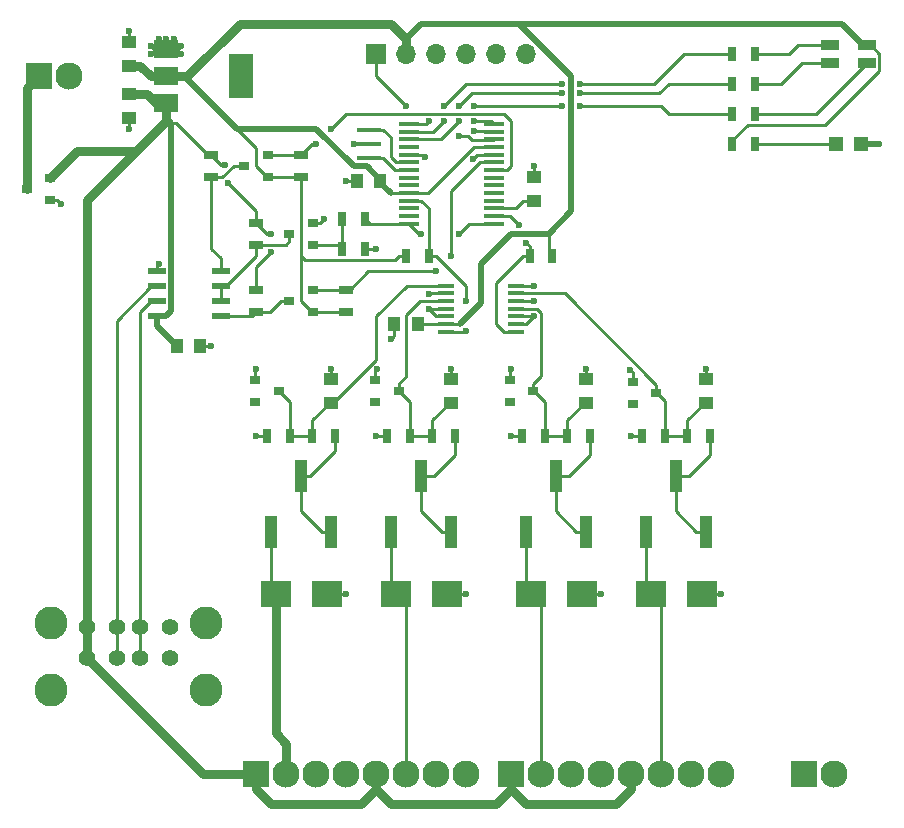
<source format=gtl>
G04 #@! TF.FileFunction,Copper,L1,Top,Signal*
%FSLAX46Y46*%
G04 Gerber Fmt 4.6, Leading zero omitted, Abs format (unit mm)*
G04 Created by KiCad (PCBNEW 4.0.7) date Sat Nov 25 01:37:30 2017*
%MOMM*%
%LPD*%
G01*
G04 APERTURE LIST*
%ADD10C,0.152400*%
%ADD11R,0.700000X1.300000*%
%ADD12R,1.000000X1.250000*%
%ADD13R,1.550000X0.600000*%
%ADD14R,1.198880X1.198880*%
%ADD15R,1.250000X1.000000*%
%ADD16R,1.500000X0.900000*%
%ADD17R,0.900000X0.800000*%
%ADD18R,2.500000X2.300000*%
%ADD19C,1.420000*%
%ADD20C,2.800000*%
%ADD21C,2.300000*%
%ADD22R,2.300000X2.300000*%
%ADD23R,1.700000X1.700000*%
%ADD24O,1.700000X1.700000*%
%ADD25R,1.016000X2.794000*%
%ADD26R,1.450000X0.450000*%
%ADD27R,2.000000X0.400000*%
%ADD28R,1.300000X0.700000*%
%ADD29R,2.000000X3.800000*%
%ADD30R,2.000000X1.500000*%
%ADD31R,1.750000X0.450000*%
%ADD32C,0.600000*%
%ADD33C,0.762000*%
%ADD34C,0.254000*%
%ADD35C,0.508000*%
G04 APERTURE END LIST*
D10*
D11*
X48575000Y50165000D03*
X46675000Y50165000D03*
D12*
X16780000Y42545000D03*
X18780000Y42545000D03*
D11*
X65720000Y64770000D03*
X63820000Y64770000D03*
X65720000Y62230000D03*
X63820000Y62230000D03*
X63820000Y59690000D03*
X65720000Y59690000D03*
X65720000Y67310000D03*
X63820000Y67310000D03*
D13*
X20480000Y45085000D03*
X20480000Y46355000D03*
X20480000Y47625000D03*
X20480000Y48895000D03*
X15080000Y48895000D03*
X15080000Y47625000D03*
X15080000Y46355000D03*
X15080000Y45085000D03*
D14*
X74709020Y59690000D03*
X72610980Y59690000D03*
D12*
X37195000Y44450000D03*
X35195000Y44450000D03*
D15*
X29845000Y37735000D03*
X29845000Y39735000D03*
X40005000Y37735000D03*
X40005000Y39735000D03*
X51435000Y37735000D03*
X51435000Y39735000D03*
X61595000Y37735000D03*
X61595000Y39735000D03*
D16*
X75210000Y66560000D03*
X75210000Y68060000D03*
X72110000Y68060000D03*
X72110000Y66560000D03*
D17*
X23400000Y39685000D03*
X23400000Y37785000D03*
X25400000Y38735000D03*
D18*
X25155000Y21590000D03*
X29455000Y21590000D03*
D17*
X33560000Y39685000D03*
X33560000Y37785000D03*
X35560000Y38735000D03*
D18*
X35315000Y21590000D03*
X39615000Y21590000D03*
D17*
X44974000Y39685000D03*
X44974000Y37785000D03*
X46974000Y38735000D03*
D18*
X46745000Y21590000D03*
X51045000Y21590000D03*
D17*
X55388000Y39558000D03*
X55388000Y37658000D03*
X57388000Y38608000D03*
D18*
X56905000Y21590000D03*
X61205000Y21590000D03*
D19*
X9200000Y18805005D03*
X11700000Y18805005D03*
X13700000Y18805005D03*
X16200000Y18805005D03*
X9200000Y16185005D03*
X11700000Y16185005D03*
X13700000Y16185005D03*
X16200000Y16185005D03*
D20*
X19270000Y13475005D03*
X19270000Y19155005D03*
X6130000Y19155005D03*
X6130000Y13475005D03*
D21*
X62865000Y6350000D03*
X60325000Y6350000D03*
X57785000Y6350000D03*
X55245000Y6350000D03*
X52705000Y6350000D03*
X50165000Y6350000D03*
X47625000Y6350000D03*
D22*
X45085000Y6350000D03*
X23495000Y6350000D03*
D21*
X26035000Y6350000D03*
X28575000Y6350000D03*
X31115000Y6350000D03*
X33655000Y6350000D03*
X36195000Y6350000D03*
X38735000Y6350000D03*
X41275000Y6350000D03*
D22*
X69850000Y6350000D03*
D21*
X72390000Y6350000D03*
D22*
X5080000Y65405000D03*
D21*
X7620000Y65405000D03*
D23*
X33655000Y67310000D03*
D24*
X36195000Y67310000D03*
X38735000Y67310000D03*
X41275000Y67310000D03*
X43815000Y67310000D03*
X46355000Y67310000D03*
D11*
X36195000Y50165000D03*
X38095000Y50165000D03*
X30160000Y34925000D03*
X28260000Y34925000D03*
X24450000Y34925000D03*
X26350000Y34925000D03*
X40320000Y34925000D03*
X38420000Y34925000D03*
X34610000Y34925000D03*
X36510000Y34925000D03*
X51750000Y34925000D03*
X49850000Y34925000D03*
X46040000Y34925000D03*
X47940000Y34925000D03*
X61910000Y34925000D03*
X60010000Y34925000D03*
X56200000Y34925000D03*
X58100000Y34925000D03*
D25*
X24765000Y26860500D03*
X27305000Y31559500D03*
X29845000Y26860500D03*
X34925000Y26860500D03*
X37465000Y31559500D03*
X40005000Y26860500D03*
X46355000Y26860500D03*
X48895000Y31559500D03*
X51435000Y26860500D03*
X56515000Y26860500D03*
X59055000Y31559500D03*
X61595000Y26860500D03*
D26*
X39595000Y47670000D03*
X39595000Y47020000D03*
X39595000Y46370000D03*
X39595000Y45720000D03*
X39595000Y45070000D03*
X39595000Y44420000D03*
X39595000Y43770000D03*
X45495000Y43770000D03*
X45495000Y44420000D03*
X45495000Y45070000D03*
X45495000Y45720000D03*
X45495000Y46370000D03*
X45495000Y47020000D03*
X45495000Y47670000D03*
D27*
X33020000Y59690000D03*
X33020000Y60890000D03*
X33020000Y58490000D03*
D12*
X34020000Y56515000D03*
X32020000Y56515000D03*
D15*
X46990000Y54880000D03*
X46990000Y56880000D03*
X12700000Y63865000D03*
X12700000Y61865000D03*
X12700000Y66310000D03*
X12700000Y68310000D03*
D17*
X24495000Y56835000D03*
X24495000Y58735000D03*
X22495000Y57785000D03*
X28305000Y45405000D03*
X28305000Y47305000D03*
X26305000Y46355000D03*
X28305000Y51120000D03*
X28305000Y53020000D03*
X26305000Y52070000D03*
D28*
X27305000Y56835000D03*
X27305000Y58735000D03*
X19685000Y58735000D03*
X19685000Y56835000D03*
X31115000Y45405000D03*
X31115000Y47305000D03*
X23495000Y47305000D03*
X23495000Y45405000D03*
D11*
X30800000Y53340000D03*
X32700000Y53340000D03*
X30800000Y50800000D03*
X32700000Y50800000D03*
D28*
X23495000Y53020000D03*
X23495000Y51120000D03*
D29*
X22200000Y65405000D03*
D30*
X15900000Y65405000D03*
X15900000Y63105000D03*
X15900000Y67705000D03*
D17*
X6080000Y54930000D03*
X6080000Y56830000D03*
X4080000Y55880000D03*
D31*
X36405000Y61375000D03*
X36405000Y60725000D03*
X36405000Y60075000D03*
X36405000Y59425000D03*
X36405000Y58775000D03*
X36405000Y58125000D03*
X36405000Y57475000D03*
X36405000Y56825000D03*
X36405000Y56175000D03*
X36405000Y55525000D03*
X36405000Y54875000D03*
X36405000Y54225000D03*
X36405000Y53575000D03*
X36405000Y52925000D03*
X43605000Y52925000D03*
X43605000Y53575000D03*
X43605000Y54225000D03*
X43605000Y54875000D03*
X43605000Y55525000D03*
X43605000Y56175000D03*
X43605000Y56825000D03*
X43605000Y57475000D03*
X43605000Y58125000D03*
X43605000Y58775000D03*
X43605000Y59425000D03*
X43605000Y60075000D03*
X43605000Y60725000D03*
X43605000Y61375000D03*
D32*
X20826881Y57913119D03*
X21082096Y56385886D03*
X24765000Y52070000D03*
X24765000Y50489800D03*
X15240000Y49530000D03*
X6985000Y54610000D03*
X12700000Y60960000D03*
X15240000Y68580000D03*
X14605000Y67310000D03*
X16510000Y68580000D03*
X17145000Y67310000D03*
X14605000Y67945000D03*
X15875000Y68580000D03*
X17145000Y67945000D03*
X12700000Y69215000D03*
X31750000Y59690000D03*
X23495000Y34925000D03*
X33655000Y34925000D03*
X45085000Y34925000D03*
X61595000Y40640000D03*
X55245000Y34925000D03*
X19685000Y42545000D03*
X23495000Y40640000D03*
X29845000Y40640000D03*
X33710619Y40584381D03*
X40005000Y40640000D03*
X55181881Y40576881D03*
X51435000Y40640000D03*
X45085000Y40640000D03*
X46990000Y45085000D03*
X46990000Y46355000D03*
X46990000Y47650200D03*
X38100000Y47000200D03*
X38100000Y45720000D03*
X34925000Y43180000D03*
X33655000Y50800000D03*
X29210000Y53340000D03*
X31115000Y56515000D03*
X37750638Y58528079D03*
X41894881Y58435119D03*
X46990000Y57785000D03*
X62865000Y21590000D03*
X52705000Y21590000D03*
X31115000Y21590000D03*
X41275000Y21590000D03*
X76200000Y59690000D03*
X40640000Y60325000D03*
X36195000Y62865000D03*
X41910000Y60791797D03*
X41910000Y61595000D03*
X45720000Y52827200D03*
X46355000Y51312800D03*
X41275000Y46355000D03*
X41275000Y43815000D03*
X50922200Y64770000D03*
X49407800Y64770000D03*
X39370000Y62865000D03*
X38100000Y61595000D03*
X50922200Y63966797D03*
X49407800Y63966797D03*
X40640000Y62865000D03*
X39370000Y61595000D03*
X50922200Y62865000D03*
X49407800Y62865000D03*
X41910000Y62865000D03*
X40640000Y61595000D03*
X37464800Y52070000D03*
X40640000Y52070000D03*
X28575000Y59690000D03*
X29845000Y60960000D03*
X40005000Y50165000D03*
X38735000Y48895000D03*
D33*
X9200000Y16185005D02*
X19035005Y6350000D01*
X19035005Y6350000D02*
X23495000Y6350000D01*
D34*
X20826881Y57913119D02*
X20506881Y57913119D01*
X20506881Y57913119D02*
X19685000Y58735000D01*
X23495000Y53020000D02*
X23495000Y53972982D01*
X23495000Y53972982D02*
X21082096Y56385886D01*
X24765000Y52070000D02*
X24445000Y52070000D01*
X24445000Y52070000D02*
X23495000Y53020000D01*
X23495000Y47305000D02*
X23495000Y49219800D01*
X23495000Y49219800D02*
X24765000Y50489800D01*
X12700000Y63865000D02*
X12575000Y63865000D01*
X16312201Y61434799D02*
X16685201Y61434799D01*
X16685201Y61434799D02*
X19385000Y58735000D01*
X19385000Y58735000D02*
X19685000Y58735000D01*
D35*
X15080000Y45085000D02*
X15080000Y44245000D01*
X15080000Y44245000D02*
X16780000Y42545000D01*
X16312201Y45522201D02*
X15875000Y45085000D01*
X15875000Y45085000D02*
X15080000Y45085000D01*
X15900000Y63105000D02*
X15900000Y61847000D01*
X15900000Y61847000D02*
X16312201Y61434799D01*
X16312201Y61434799D02*
X16312201Y45522201D01*
D33*
X12700000Y63865000D02*
X14240000Y63865000D01*
X14240000Y63865000D02*
X15000000Y63105000D01*
X15000000Y63105000D02*
X15900000Y63105000D01*
X9200000Y18805005D02*
X9200000Y54920000D01*
X9200000Y54920000D02*
X13335000Y59055000D01*
X6080000Y56830000D02*
X8305000Y59055000D01*
X8305000Y59055000D02*
X13335000Y59055000D01*
X15900000Y61620000D02*
X15900000Y63105000D01*
X13335000Y59055000D02*
X15900000Y61620000D01*
X45085000Y5080000D02*
X46355000Y3810000D01*
X55245000Y5080000D02*
X55245000Y6350000D01*
X53975000Y3810000D02*
X55245000Y5080000D01*
X46355000Y3810000D02*
X53975000Y3810000D01*
X33655000Y5080000D02*
X34925000Y3810000D01*
X45085000Y5080000D02*
X45085000Y6350000D01*
X43815000Y3810000D02*
X45085000Y5080000D01*
X34925000Y3810000D02*
X43815000Y3810000D01*
X23495000Y6350000D02*
X23495000Y5080000D01*
X33655000Y5080000D02*
X33655000Y6350000D01*
X32385000Y3810000D02*
X33655000Y5080000D01*
X24765000Y3810000D02*
X32385000Y3810000D01*
X23495000Y5080000D02*
X24765000Y3810000D01*
X9200000Y18805005D02*
X9200000Y16185005D01*
D34*
X15080000Y48895000D02*
X15080000Y49370000D01*
X15080000Y49370000D02*
X15240000Y49530000D01*
X6080000Y54930000D02*
X6665000Y54930000D01*
X6665000Y54930000D02*
X6985000Y54610000D01*
X12700000Y61865000D02*
X12700000Y60960000D01*
X15900000Y67705000D02*
X15900000Y67920000D01*
X15900000Y67920000D02*
X15240000Y68580000D01*
X15900000Y67705000D02*
X15000000Y67705000D01*
X15000000Y67705000D02*
X14605000Y67310000D01*
X15900000Y67970000D02*
X16510000Y68580000D01*
X15900000Y67705000D02*
X15900000Y67970000D01*
X15900000Y67705000D02*
X16750000Y67705000D01*
X16750000Y67705000D02*
X17145000Y67310000D01*
X15900000Y67705000D02*
X14845000Y67705000D01*
X14845000Y67705000D02*
X14605000Y67945000D01*
X15900000Y67705000D02*
X15900000Y68555000D01*
X15900000Y68555000D02*
X15875000Y68580000D01*
X15900000Y67705000D02*
X16905000Y67705000D01*
X16905000Y67705000D02*
X17145000Y67945000D01*
X12700000Y68310000D02*
X12700000Y69215000D01*
X33020000Y59690000D02*
X31750000Y59690000D01*
X24450000Y34925000D02*
X23495000Y34925000D01*
X34610000Y34925000D02*
X33655000Y34925000D01*
X46040000Y34925000D02*
X45085000Y34925000D01*
X61595000Y39735000D02*
X61595000Y40640000D01*
X56200000Y34925000D02*
X55245000Y34925000D01*
X18780000Y42545000D02*
X19685000Y42545000D01*
X23400000Y39685000D02*
X23400000Y40545000D01*
X23400000Y40545000D02*
X23495000Y40640000D01*
X29845000Y39735000D02*
X29845000Y40640000D01*
X33560000Y39685000D02*
X33560000Y40433762D01*
X33560000Y40433762D02*
X33710619Y40584381D01*
X40005000Y39735000D02*
X40005000Y40640000D01*
X55388000Y39558000D02*
X55388000Y40370762D01*
X55388000Y40370762D02*
X55181881Y40576881D01*
X51435000Y39735000D02*
X51435000Y40640000D01*
X44974000Y39685000D02*
X44974000Y40529000D01*
X44974000Y40529000D02*
X45085000Y40640000D01*
X45495000Y44420000D02*
X46325000Y44420000D01*
X46325000Y44420000D02*
X46990000Y45085000D01*
X45495000Y45070000D02*
X46975000Y45070000D01*
X46975000Y45070000D02*
X46990000Y45085000D01*
X45495000Y46370000D02*
X46975000Y46370000D01*
X46975000Y46370000D02*
X46990000Y46355000D01*
X45495000Y47670000D02*
X46970200Y47670000D01*
X46970200Y47670000D02*
X46990000Y47650200D01*
X39595000Y47020000D02*
X38119800Y47020000D01*
X38119800Y47020000D02*
X38100000Y47000200D01*
X39595000Y45070000D02*
X38750000Y45070000D01*
X38750000Y45070000D02*
X38100000Y45720000D01*
X39595000Y45720000D02*
X38100000Y45720000D01*
X35195000Y44450000D02*
X35195000Y43450000D01*
X35195000Y43450000D02*
X34925000Y43180000D01*
X32700000Y50800000D02*
X33655000Y50800000D01*
X28305000Y53020000D02*
X28890000Y53020000D01*
X28890000Y53020000D02*
X29210000Y53340000D01*
X32020000Y56515000D02*
X31115000Y56515000D01*
X36405000Y58775000D02*
X37503717Y58775000D01*
X37503717Y58775000D02*
X37750638Y58528079D01*
X43605000Y58775000D02*
X42234762Y58775000D01*
X42234762Y58775000D02*
X41894881Y58435119D01*
X46990000Y56880000D02*
X46990000Y57785000D01*
X61205000Y21590000D02*
X62865000Y21590000D01*
X51045000Y21590000D02*
X52705000Y21590000D01*
X29455000Y21590000D02*
X31115000Y21590000D01*
X39615000Y21590000D02*
X41275000Y21590000D01*
D35*
X74709020Y59690000D02*
X76200000Y59690000D01*
D34*
X70880000Y62230000D02*
X75210000Y66560000D01*
X65720000Y62230000D02*
X70880000Y62230000D01*
X68580000Y67310000D02*
X69330000Y68060000D01*
X69330000Y68060000D02*
X72110000Y68060000D01*
X65720000Y67310000D02*
X68580000Y67310000D01*
X67945000Y64770000D02*
X69735000Y66560000D01*
X69735000Y66560000D02*
X72110000Y66560000D01*
X65720000Y64770000D02*
X67945000Y64770000D01*
X65720000Y59690000D02*
X72610980Y59690000D01*
X47625000Y6350000D02*
X47625000Y20710000D01*
X47625000Y20710000D02*
X46745000Y21590000D01*
X46355000Y26860500D02*
X46355000Y21980000D01*
X46355000Y21980000D02*
X46745000Y21590000D01*
X57785000Y6350000D02*
X57785000Y20710000D01*
X57785000Y20710000D02*
X56905000Y21590000D01*
X56515000Y26860500D02*
X56515000Y21980000D01*
X56515000Y21980000D02*
X56905000Y21590000D01*
X40640000Y60325000D02*
X41444099Y60325000D01*
X41444099Y60325000D02*
X41788898Y59980201D01*
X41788898Y59980201D02*
X43510201Y59980201D01*
X43510201Y59980201D02*
X43605000Y60075000D01*
X33655000Y67310000D02*
X33655000Y65405000D01*
X33655000Y65405000D02*
X36195000Y62865000D01*
X20480000Y45085000D02*
X23175000Y45085000D01*
X23175000Y45085000D02*
X23495000Y45405000D01*
X26305000Y46355000D02*
X25601000Y46355000D01*
X25601000Y46355000D02*
X24651000Y45405000D01*
X24651000Y45405000D02*
X23495000Y45405000D01*
X20640000Y56835000D02*
X21590000Y57785000D01*
X21590000Y57785000D02*
X22495000Y57785000D01*
X19685000Y56835000D02*
X20640000Y56835000D01*
X19685000Y50800000D02*
X20480000Y50005000D01*
X20480000Y50005000D02*
X20480000Y48895000D01*
X19685000Y56835000D02*
X19685000Y50800000D01*
X41910000Y60791797D02*
X43538203Y60791797D01*
X43538203Y60791797D02*
X43605000Y60725000D01*
X43605000Y61375000D02*
X43385000Y61595000D01*
X43385000Y61595000D02*
X41910000Y61595000D01*
X24765000Y21980000D02*
X24765000Y26860500D01*
X25155000Y21590000D02*
X24765000Y21980000D01*
D33*
X26035000Y8890000D02*
X25155000Y9770000D01*
X25155000Y9770000D02*
X25155000Y21590000D01*
X26035000Y6350000D02*
X26035000Y8890000D01*
D34*
X36195000Y6350000D02*
X36195000Y20710000D01*
X36195000Y20710000D02*
X35315000Y21590000D01*
X34925000Y26860500D02*
X34925000Y21980000D01*
X34925000Y21980000D02*
X35315000Y21590000D01*
X34925000Y57839000D02*
X34925000Y57826000D01*
X34925000Y57826000D02*
X35276000Y57475000D01*
X35276000Y57475000D02*
X36405000Y57475000D01*
X33020000Y58490000D02*
X34274000Y58490000D01*
X34274000Y58490000D02*
X34925000Y57839000D01*
X34925000Y60239000D02*
X34925000Y58560638D01*
X35360638Y58125000D02*
X36405000Y58125000D01*
X34925000Y58560638D02*
X35360638Y58125000D01*
X33020000Y60890000D02*
X34274000Y60890000D01*
X34274000Y60890000D02*
X34925000Y60239000D01*
X33655000Y45085000D02*
X36240000Y47670000D01*
X36240000Y47670000D02*
X39595000Y47670000D01*
X33655000Y41420000D02*
X33655000Y45085000D01*
X29970000Y37735000D02*
X33655000Y41420000D01*
X29845000Y37735000D02*
X29970000Y37735000D01*
X28260000Y34925000D02*
X28260000Y36275000D01*
X28260000Y36275000D02*
X29720000Y37735000D01*
X29720000Y37735000D02*
X29845000Y37735000D01*
X25400000Y38735000D02*
X25450000Y38735000D01*
X25450000Y38735000D02*
X26350000Y37835000D01*
X26350000Y37835000D02*
X26350000Y35829000D01*
X26350000Y35829000D02*
X26350000Y34925000D01*
X28260000Y34925000D02*
X28260000Y35225000D01*
X26350000Y34925000D02*
X28260000Y34925000D01*
X36195000Y40024000D02*
X36195000Y45169362D01*
X36195000Y45169362D02*
X37395638Y46370000D01*
X37395638Y46370000D02*
X38616000Y46370000D01*
X38616000Y46370000D02*
X39595000Y46370000D01*
X35560000Y38735000D02*
X35560000Y39389000D01*
X35560000Y39389000D02*
X36195000Y40024000D01*
X38420000Y34925000D02*
X36510000Y34925000D01*
X38420000Y34925000D02*
X38420000Y36275000D01*
X38420000Y36275000D02*
X39880000Y37735000D01*
X39880000Y37735000D02*
X40005000Y37735000D01*
X36510000Y34925000D02*
X36510000Y37835000D01*
X36510000Y37835000D02*
X35610000Y38735000D01*
X35610000Y38735000D02*
X35560000Y38735000D01*
X47625000Y40040000D02*
X47625000Y45382698D01*
X47625000Y45382698D02*
X47287698Y45720000D01*
X47287698Y45720000D02*
X46474000Y45720000D01*
X46474000Y45720000D02*
X45495000Y45720000D01*
X46974000Y38735000D02*
X46974000Y39389000D01*
X46974000Y39389000D02*
X47625000Y40040000D01*
X49850000Y34925000D02*
X49850000Y36275000D01*
X49850000Y36275000D02*
X51310000Y37735000D01*
X51310000Y37735000D02*
X51435000Y37735000D01*
X47940000Y34925000D02*
X47940000Y37819000D01*
X47940000Y37819000D02*
X47024000Y38735000D01*
X47024000Y38735000D02*
X46974000Y38735000D01*
X49850000Y34925000D02*
X47940000Y34925000D01*
X57388000Y38608000D02*
X57388000Y39262000D01*
X57388000Y39262000D02*
X49630000Y47020000D01*
X49630000Y47020000D02*
X46474000Y47020000D01*
X46474000Y47020000D02*
X45495000Y47020000D01*
X60010000Y34925000D02*
X60010000Y36275000D01*
X60010000Y36275000D02*
X61470000Y37735000D01*
X61470000Y37735000D02*
X61595000Y37735000D01*
X58100000Y34925000D02*
X58100000Y37946000D01*
X58100000Y37946000D02*
X57438000Y38608000D01*
X57438000Y38608000D02*
X57388000Y38608000D01*
X60010000Y34925000D02*
X58100000Y34925000D01*
X45720000Y52827200D02*
X44972200Y53575000D01*
X44972200Y53575000D02*
X44734000Y53575000D01*
X46675000Y50165000D02*
X46675000Y50992800D01*
X46675000Y50992800D02*
X46355000Y51312800D01*
X45495000Y43770000D02*
X44516000Y43770000D01*
X44516000Y43770000D02*
X43815000Y44471000D01*
X43815000Y44471000D02*
X43815000Y47909000D01*
X46071000Y50165000D02*
X46675000Y50165000D01*
X43815000Y47909000D02*
X46071000Y50165000D01*
X43605000Y53575000D02*
X44734000Y53575000D01*
X41275000Y47625000D02*
X38735000Y50165000D01*
X38735000Y50165000D02*
X38095000Y50165000D01*
X41275000Y46355000D02*
X41275000Y47625000D01*
X39595000Y43770000D02*
X41230000Y43770000D01*
X41230000Y43770000D02*
X41275000Y43815000D01*
X36405000Y54875000D02*
X37465000Y54875000D01*
X38095000Y50165000D02*
X38095000Y54245000D01*
X38095000Y54245000D02*
X37465000Y54875000D01*
D33*
X5080000Y65405000D02*
X4080000Y64405000D01*
X4080000Y64405000D02*
X4080000Y55880000D01*
D34*
X29845000Y26860500D02*
X29083000Y26860500D01*
X29083000Y26860500D02*
X27305000Y28638500D01*
X27305000Y28638500D02*
X27305000Y29908500D01*
X27305000Y29908500D02*
X27305000Y31559500D01*
X27305000Y31559500D02*
X28067000Y31559500D01*
X28067000Y31559500D02*
X30160000Y33652500D01*
X30160000Y33652500D02*
X30160000Y34021000D01*
X30160000Y34021000D02*
X30160000Y34925000D01*
X50609500Y26860500D02*
X48895000Y28575000D01*
X48895000Y28575000D02*
X48895000Y31559500D01*
X51435000Y26860500D02*
X50609500Y26860500D01*
X49974500Y31559500D02*
X51750000Y33335000D01*
X51750000Y33335000D02*
X51750000Y34925000D01*
X48895000Y31559500D02*
X49974500Y31559500D01*
X60134500Y31559500D02*
X61910000Y33335000D01*
X61910000Y33335000D02*
X61910000Y34925000D01*
X59055000Y31559500D02*
X60134500Y31559500D01*
X60769500Y26860500D02*
X59055000Y28575000D01*
X59055000Y28575000D02*
X59055000Y31559500D01*
X61595000Y26860500D02*
X60769500Y26860500D01*
X63820000Y59690000D02*
X63820000Y59990000D01*
X63820000Y59990000D02*
X65130599Y61300599D01*
X65130599Y61300599D02*
X71653521Y61300599D01*
X71653521Y61300599D02*
X76239401Y65886479D01*
X75510000Y68060000D02*
X75210000Y68060000D01*
X76239401Y65886479D02*
X76239401Y67330599D01*
X76239401Y67330599D02*
X75510000Y68060000D01*
X43605000Y59425000D02*
X41952064Y59425000D01*
X41952064Y59425000D02*
X38052064Y55525000D01*
X38052064Y55525000D02*
X37534000Y55525000D01*
X37534000Y55525000D02*
X36405000Y55525000D01*
X27305000Y56835000D02*
X27305000Y50165000D01*
X27305000Y50165000D02*
X27305000Y46355000D01*
X36195000Y50165000D02*
X35591000Y50165000D01*
X35245799Y49819799D02*
X27650201Y49819799D01*
X35591000Y50165000D02*
X35245799Y49819799D01*
X27650201Y49819799D02*
X27305000Y50165000D01*
X23495000Y57785000D02*
X23495000Y59318000D01*
X23495000Y59318000D02*
X21853000Y60960000D01*
X24495000Y56835000D02*
X24445000Y56835000D01*
X24445000Y56835000D02*
X23495000Y57785000D01*
X28305000Y45405000D02*
X31115000Y45405000D01*
X27305000Y46355000D02*
X28255000Y45405000D01*
X28255000Y45405000D02*
X28305000Y45405000D01*
X24495000Y56835000D02*
X27305000Y56835000D01*
X48575000Y50165000D02*
X48575000Y50465000D01*
X48575000Y50465000D02*
X48260000Y50780000D01*
X48260000Y50780000D02*
X48260000Y52070000D01*
D35*
X34020000Y56515000D02*
X34020000Y56390000D01*
X34020000Y56390000D02*
X34885000Y55525000D01*
X15900000Y65405000D02*
X17408000Y65405000D01*
X17408000Y65405000D02*
X21853000Y60960000D01*
X21853000Y60960000D02*
X28575000Y60960000D01*
X28575000Y60960000D02*
X31750000Y57785000D01*
X31750000Y57785000D02*
X32875000Y57785000D01*
X32875000Y57785000D02*
X34020000Y56640000D01*
X34020000Y56640000D02*
X34020000Y56515000D01*
X45749658Y69850000D02*
X73120000Y69850000D01*
X73120000Y69850000D02*
X74910000Y68060000D01*
X74910000Y68060000D02*
X75210000Y68060000D01*
D34*
X36405000Y55525000D02*
X34885000Y55525000D01*
X40717962Y44420000D02*
X39595000Y44420000D01*
D35*
X40717962Y44420000D02*
X42545000Y46247038D01*
X45749658Y69850000D02*
X37465000Y69850000D01*
X42545000Y46247038D02*
X42545000Y49530000D01*
X45085000Y52070000D02*
X48260000Y52070000D01*
X42545000Y49530000D02*
X45085000Y52070000D01*
X48260000Y52070000D02*
X50165000Y53975000D01*
X50165000Y53975000D02*
X50165000Y65434658D01*
X50165000Y65434658D02*
X45749658Y69850000D01*
X37465000Y69850000D02*
X36195000Y68580000D01*
D33*
X36195000Y67310000D02*
X36195000Y68580000D01*
X36195000Y68580000D02*
X34925000Y69850000D01*
X34925000Y69850000D02*
X22107000Y69850000D01*
X22107000Y69850000D02*
X17662000Y65405000D01*
X17662000Y65405000D02*
X15900000Y65405000D01*
D34*
X39595000Y44420000D02*
X37225000Y44420000D01*
X37225000Y44420000D02*
X37195000Y44450000D01*
D33*
X15900000Y65405000D02*
X14605000Y65405000D01*
X13700000Y66310000D02*
X12700000Y66310000D01*
X14605000Y65405000D02*
X13700000Y66310000D01*
D34*
X46990000Y54880000D02*
X46111000Y54880000D01*
X46111000Y54880000D02*
X45456000Y54225000D01*
X45456000Y54225000D02*
X44734000Y54225000D01*
X44734000Y54225000D02*
X43605000Y54225000D01*
X57150000Y64770000D02*
X59690000Y67310000D01*
X59690000Y67310000D02*
X63820000Y67310000D01*
X50922200Y64770000D02*
X57150000Y64770000D01*
X39370000Y62865000D02*
X41275000Y64770000D01*
X41275000Y64770000D02*
X49407800Y64770000D01*
X36405000Y61375000D02*
X37880000Y61375000D01*
X37880000Y61375000D02*
X38100000Y61595000D01*
X57616797Y63966797D02*
X58420000Y64770000D01*
X58420000Y64770000D02*
X63820000Y64770000D01*
X50922200Y63966797D02*
X57616797Y63966797D01*
X40640000Y62865000D02*
X41741797Y63966797D01*
X41741797Y63966797D02*
X49407800Y63966797D01*
X38500000Y60725000D02*
X39370000Y61595000D01*
X36405000Y60725000D02*
X38500000Y60725000D01*
X57785000Y62865000D02*
X58420000Y62230000D01*
X58420000Y62230000D02*
X63820000Y62230000D01*
X50922200Y62865000D02*
X57785000Y62865000D01*
X41910000Y62865000D02*
X49407800Y62865000D01*
X36405000Y60075000D02*
X39120000Y60075000D01*
X39120000Y60075000D02*
X40640000Y61595000D01*
X37464800Y52070000D02*
X37260000Y52070000D01*
X37260000Y52070000D02*
X36405000Y52925000D01*
X41495000Y52925000D02*
X40640000Y52070000D01*
X43605000Y52925000D02*
X41495000Y52925000D01*
X35780000Y52925000D02*
X36405000Y52925000D01*
X36405000Y52925000D02*
X33115000Y52925000D01*
X33115000Y52925000D02*
X32700000Y53340000D01*
X27305000Y58735000D02*
X24495000Y58735000D01*
X28575000Y59690000D02*
X28260000Y59690000D01*
X28260000Y59690000D02*
X27305000Y58735000D01*
X31115000Y62230000D02*
X29845000Y60960000D01*
X44450000Y62230000D02*
X31115000Y62230000D01*
X45085000Y61595000D02*
X44450000Y62230000D01*
X45085000Y57785000D02*
X45085000Y61595000D01*
X44775000Y57475000D02*
X45085000Y57785000D01*
X43605000Y57475000D02*
X44775000Y57475000D01*
X40005000Y50165000D02*
X40005000Y55654000D01*
X40005000Y55654000D02*
X42476000Y58125000D01*
X42476000Y58125000D02*
X43605000Y58125000D01*
X33005000Y48895000D02*
X38735000Y48895000D01*
X31115000Y47305000D02*
X31415000Y47305000D01*
X31415000Y47305000D02*
X33005000Y48895000D01*
X28305000Y47305000D02*
X31115000Y47305000D01*
X15080000Y47625000D02*
X14605000Y47625000D01*
X14605000Y47625000D02*
X11700000Y44720000D01*
X11700000Y44720000D02*
X11700000Y19809096D01*
X11700000Y19809096D02*
X11700000Y18805005D01*
X11700000Y16185005D02*
X11700000Y18805005D01*
X13700000Y18805005D02*
X13700000Y45450000D01*
X13700000Y45450000D02*
X14605000Y46355000D01*
X14605000Y46355000D02*
X15080000Y46355000D01*
X13700000Y16185005D02*
X13700000Y18805005D01*
X28305000Y51120000D02*
X30480000Y51120000D01*
X30480000Y51120000D02*
X30800000Y50800000D01*
X30800000Y53340000D02*
X30800000Y50800000D01*
X23495000Y51120000D02*
X26009000Y51120000D01*
X26009000Y51120000D02*
X26305000Y51416000D01*
X26305000Y51416000D02*
X26305000Y52070000D01*
X20955000Y47625000D02*
X23495000Y50165000D01*
X23495000Y50165000D02*
X23495000Y51120000D01*
X20480000Y47625000D02*
X20955000Y47625000D01*
X20480000Y47625000D02*
X20480000Y46355000D01*
X40005000Y26860500D02*
X39243000Y26860500D01*
X39243000Y26860500D02*
X37465000Y28638500D01*
X37465000Y28638500D02*
X37465000Y31559500D01*
X38544500Y31559500D02*
X40320000Y33335000D01*
X40320000Y33335000D02*
X40320000Y34925000D01*
X37465000Y31559500D02*
X38544500Y31559500D01*
M02*

</source>
